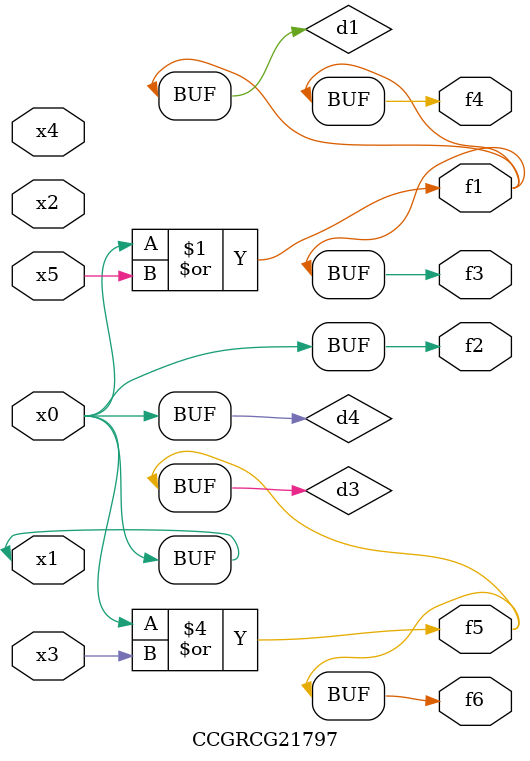
<source format=v>
module CCGRCG21797(
	input x0, x1, x2, x3, x4, x5,
	output f1, f2, f3, f4, f5, f6
);

	wire d1, d2, d3, d4;

	or (d1, x0, x5);
	xnor (d2, x1, x4);
	or (d3, x0, x3);
	buf (d4, x0, x1);
	assign f1 = d1;
	assign f2 = d4;
	assign f3 = d1;
	assign f4 = d1;
	assign f5 = d3;
	assign f6 = d3;
endmodule

</source>
